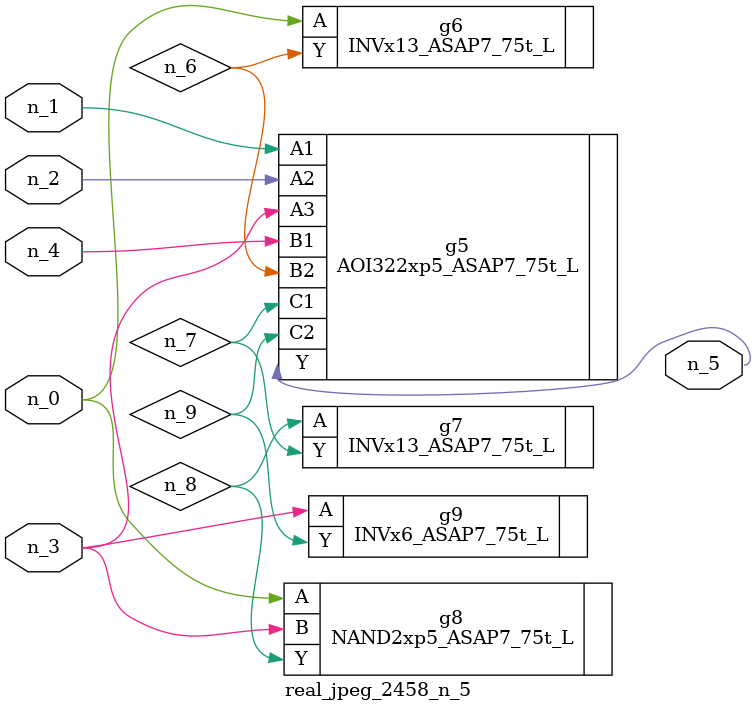
<source format=v>
module real_jpeg_2458_n_5 (n_4, n_0, n_1, n_2, n_3, n_5);

input n_4;
input n_0;
input n_1;
input n_2;
input n_3;

output n_5;

wire n_8;
wire n_6;
wire n_7;
wire n_9;

INVx13_ASAP7_75t_L g6 ( 
.A(n_0),
.Y(n_6)
);

NAND2xp5_ASAP7_75t_L g8 ( 
.A(n_0),
.B(n_3),
.Y(n_8)
);

AOI322xp5_ASAP7_75t_L g5 ( 
.A1(n_1),
.A2(n_2),
.A3(n_3),
.B1(n_4),
.B2(n_6),
.C1(n_7),
.C2(n_9),
.Y(n_5)
);

INVx6_ASAP7_75t_L g9 ( 
.A(n_3),
.Y(n_9)
);

INVx13_ASAP7_75t_L g7 ( 
.A(n_8),
.Y(n_7)
);


endmodule
</source>
